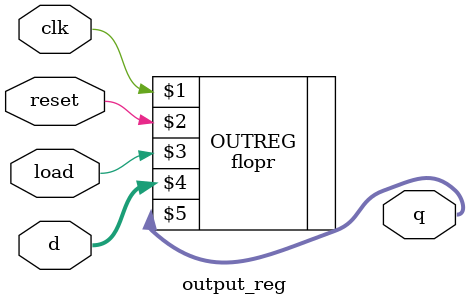
<source format=v>
module output_reg(d,load,clk,reset,q);

input [7:0]d;
input load,clk,reset;
output reg [7:0]q;

flopr #(8) OUTREG(clk,reset,load,d,q);

endmodule
</source>
